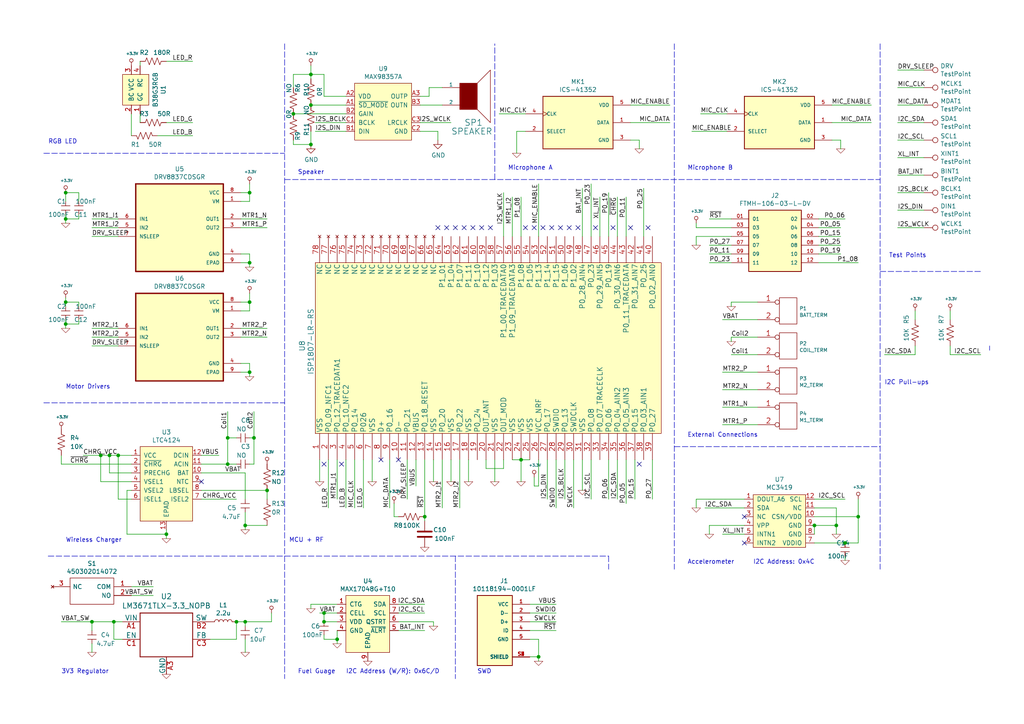
<source format=kicad_sch>
(kicad_sch (version 20211123) (generator eeschema)
  (paper "A4")
  (junction (at 77.47 142.24))
  (junction (at 245.11 157.48))
  (junction (at 236.22 152.4))
  (junction (at 71.12 152.4))
  (junction (at 66.04 127))
  (junction (at 72.39 55.88))
  (junction (at 66.04 134.62))
  (junction (at 93.98 177.8))
  (junction (at 90.17 30.48))
  (junction (at 90.17 41.91))
  (junction (at 97.79 185.42))
  (junction (at 72.39 76.2))
  (junction (at 73.66 127))
  (junction (at 26.67 180.34))
  (junction (at 90.17 21.59))
  (junction (at 123.19 149.86))
  (junction (at 29.21 132.08))
  (junction (at 93.98 180.34))
  (junction (at 33.02 180.34))
  (junction (at 156.21 190.5))
  (junction (at 151.13 133.35))
  (junction (at 48.26 154.94))
  (junction (at 19.05 87.63))
  (junction (at 68.58 180.34))
  (junction (at 19.05 55.88))
  (junction (at 72.39 87.63))
  (junction (at 19.05 93.98))
  (junction (at 72.39 107.95))
  (junction (at 19.05 63.5))
  (junction (at 248.92 149.86))
  (junction (at 85.09 33.02))
  (junction (at 31.75 132.08))
  (junction (at 34.29 132.08))
  (junction (at 242.57 152.4))
  (junction (at 71.12 180.34))
  (no_connect (at 127 66.04))
  (no_connect (at 129.54 66.04))
  (no_connect (at 99.06 134.62))
  (no_connect (at 165.1 66.04))
  (no_connect (at 115.57 133.35))
  (no_connect (at 137.16 66.04))
  (no_connect (at 110.49 133.35))
  (no_connect (at 215.9 157.48))
  (no_connect (at 187.96 66.04))
  (no_connect (at 157.48 66.04))
  (no_connect (at 177.8 66.04))
  (no_connect (at 142.24 66.04))
  (no_connect (at 132.08 66.04))
  (no_connect (at 160.02 66.04))
  (no_connect (at 152.4 66.04))
  (no_connect (at 93.98 134.62))
  (no_connect (at 139.7 66.04))
  (no_connect (at 185.42 134.62))
  (no_connect (at 167.64 66.04))
  (no_connect (at 182.88 66.04))
  (no_connect (at 215.9 149.86))
  (no_connect (at 162.56 66.04))
  (no_connect (at 134.62 66.04))
  (no_connect (at 172.72 66.04))
  (no_connect (at 58.42 139.7))
  (no_connect (at 154.94 66.04))
  (polyline (pts (xy 132.08 161.29) (xy 132.08 196.85)))
  (wire (pts (xy 209.55 92.71) (xy 219.71 92.71)))
  (wire (pts (xy 212.09 88.9) (xy 212.09 87.63)))
  (wire (pts (xy 171.45 53.34) (xy 171.45 68.58)))
  (wire (pts (xy 26.67 97.79) (xy 34.29 97.79)))
  (wire (pts (xy 275.59 102.87) (xy 284.48 102.87)))
  (wire (pts (xy 140.97 135.89) (xy 146.05 135.89)))
  (wire (pts (xy 107.95 133.35) (xy 107.95 139.7)))
  (polyline (pts (xy 255.27 78.74) (xy 284.48 78.74)))
  (wire (pts (xy 66.04 119.38) (xy 66.04 127)))
  (wire (pts (xy 200.66 38.1) (xy 210.82 38.1)))
  (wire (pts (xy 26.67 66.04) (xy 34.29 66.04)))
  (wire (pts (xy 68.58 185.42) (xy 68.58 180.34)))
  (polyline (pts (xy 13.97 161.29) (xy 176.53 161.29)))
  (wire (pts (xy 69.85 97.79) (xy 77.47 97.79)))
  (wire (pts (xy 58.42 132.08) (xy 63.5 132.08)))
  (wire (pts (xy 93.98 27.94) (xy 93.98 21.59)))
  (wire (pts (xy 237.49 73.66) (xy 243.84 73.66)))
  (wire (pts (xy 72.39 105.41) (xy 72.39 107.95)))
  (wire (pts (xy 72.39 73.66) (xy 72.39 76.2)))
  (wire (pts (xy 209.55 118.11) (xy 219.71 118.11)))
  (wire (pts (xy 36.83 142.24) (xy 36.83 154.94)))
  (wire (pts (xy 38.1 170.18) (xy 44.45 170.18)))
  (wire (pts (xy 237.49 66.04) (xy 243.84 66.04)))
  (wire (pts (xy 73.66 119.38) (xy 73.66 127)))
  (wire (pts (xy 92.71 133.35) (xy 92.71 139.7)))
  (wire (pts (xy 33.02 185.42) (xy 33.02 180.34)))
  (wire (pts (xy 267.97 60.96) (xy 260.35 60.96)))
  (wire (pts (xy 182.88 40.64) (xy 185.42 40.64)))
  (wire (pts (xy 58.42 134.62) (xy 66.04 134.62)))
  (wire (pts (xy 29.21 139.7) (xy 29.21 132.08)))
  (wire (pts (xy 22.86 62.23) (xy 22.86 63.5)))
  (polyline (pts (xy 12.7 44.45) (xy 82.55 44.45)))
  (wire (pts (xy 130.81 133.35) (xy 130.81 139.7)))
  (wire (pts (xy 71.12 148.59) (xy 71.12 152.4)))
  (wire (pts (xy 93.98 21.59) (xy 90.17 21.59)))
  (wire (pts (xy 48.26 35.56) (xy 55.88 35.56)))
  (wire (pts (xy 100.33 27.94) (xy 93.98 27.94)))
  (wire (pts (xy 146.05 55.88) (xy 146.05 68.58)))
  (wire (pts (xy 26.67 68.58) (xy 34.29 68.58)))
  (wire (pts (xy 265.43 100.33) (xy 265.43 102.87)))
  (wire (pts (xy 173.99 57.15) (xy 173.99 68.58)))
  (wire (pts (xy 72.39 107.95) (xy 72.39 109.22)))
  (wire (pts (xy 148.59 133.35) (xy 151.13 133.35)))
  (wire (pts (xy 219.71 113.03) (xy 209.55 113.03)))
  (wire (pts (xy 66.04 127) (xy 66.04 134.62)))
  (wire (pts (xy 19.05 93.98) (xy 19.05 95.25)))
  (wire (pts (xy 153.67 175.26) (xy 161.29 175.26)))
  (wire (pts (xy 154.94 138.43) (xy 154.94 140.97)))
  (wire (pts (xy 189.23 133.35) (xy 189.23 144.78)))
  (wire (pts (xy 143.51 133.35) (xy 143.51 139.7)))
  (wire (pts (xy 124.46 27.94) (xy 124.46 25.4)))
  (wire (pts (xy 182.88 30.48) (xy 194.31 30.48)))
  (wire (pts (xy 156.21 140.97) (xy 154.94 140.97)))
  (wire (pts (xy 168.91 54.61) (xy 168.91 68.58)))
  (wire (pts (xy 209.55 107.95) (xy 219.71 107.95)))
  (wire (pts (xy 256.54 102.87) (xy 265.43 102.87)))
  (wire (pts (xy 121.92 35.56) (xy 130.81 35.56)))
  (wire (pts (xy 22.86 92.71) (xy 22.86 93.98)))
  (wire (pts (xy 93.98 177.8) (xy 93.98 180.34)))
  (wire (pts (xy 152.4 38.1) (xy 149.86 38.1)))
  (wire (pts (xy 90.17 175.26) (xy 97.79 175.26)))
  (wire (pts (xy 19.05 87.63) (xy 19.05 88.9)))
  (wire (pts (xy 38.1 137.16) (xy 31.75 137.16)))
  (wire (pts (xy 22.86 63.5) (xy 19.05 63.5)))
  (wire (pts (xy 151.13 133.35) (xy 151.13 139.7)))
  (wire (pts (xy 176.53 55.88) (xy 176.53 68.58)))
  (wire (pts (xy 58.42 142.24) (xy 77.47 142.24)))
  (wire (pts (xy 181.61 146.05) (xy 181.61 133.35)))
  (wire (pts (xy 210.82 33.02) (xy 203.2 33.02)))
  (wire (pts (xy 267.97 25.4) (xy 260.35 25.4)))
  (wire (pts (xy 17.78 134.62) (xy 17.78 132.08)))
  (wire (pts (xy 85.09 25.4) (xy 85.09 21.59)))
  (wire (pts (xy 34.29 144.78) (xy 34.29 132.08)))
  (wire (pts (xy 151.13 68.58) (xy 151.13 57.15)))
  (polyline (pts (xy 82.55 12.7) (xy 82.55 196.85)))
  (wire (pts (xy 236.22 152.4) (xy 242.57 152.4)))
  (wire (pts (xy 245.11 157.48) (xy 248.92 157.48)))
  (wire (pts (xy 38.1 142.24) (xy 36.83 142.24)))
  (wire (pts (xy 115.57 182.88) (xy 123.19 182.88)))
  (wire (pts (xy 48.26 17.78) (xy 55.88 17.78)))
  (wire (pts (xy 73.66 134.62) (xy 73.66 127)))
  (wire (pts (xy 69.85 105.41) (xy 72.39 105.41)))
  (wire (pts (xy 152.4 33.02) (xy 144.78 33.02)))
  (wire (pts (xy 267.97 45.72) (xy 260.35 45.72)))
  (polyline (pts (xy 176.53 161.29) (xy 176.53 165.1)))
  (wire (pts (xy 69.85 66.04) (xy 77.47 66.04)))
  (wire (pts (xy 265.43 90.17) (xy 265.43 92.71)))
  (wire (pts (xy 66.04 127) (xy 68.58 127)))
  (wire (pts (xy 38.1 33.02) (xy 38.1 39.37)))
  (wire (pts (xy 97.79 185.42) (xy 97.79 186.69)))
  (wire (pts (xy 71.12 189.23) (xy 71.12 185.42)))
  (wire (pts (xy 90.17 19.05) (xy 90.17 21.59)))
  (wire (pts (xy 181.61 68.58) (xy 181.61 57.15)))
  (wire (pts (xy 185.42 40.64) (xy 185.42 43.18)))
  (wire (pts (xy 163.83 144.78) (xy 163.83 133.35)))
  (wire (pts (xy 115.57 177.8) (xy 123.19 177.8)))
  (wire (pts (xy 149.86 38.1) (xy 149.86 44.45)))
  (wire (pts (xy 100.33 38.1) (xy 91.44 38.1)))
  (wire (pts (xy 22.86 88.9) (xy 22.86 87.63)))
  (wire (pts (xy 72.39 127) (xy 73.66 127)))
  (wire (pts (xy 161.29 177.8) (xy 153.67 177.8)))
  (polyline (pts (xy 82.55 52.07) (xy 255.27 52.07)))
  (wire (pts (xy 114.3 149.86) (xy 115.57 149.86)))
  (wire (pts (xy 267.97 50.8) (xy 260.35 50.8)))
  (wire (pts (xy 125.73 133.35) (xy 125.73 139.7)))
  (wire (pts (xy 102.87 147.32) (xy 102.87 133.35)))
  (wire (pts (xy 22.86 93.98) (xy 19.05 93.98)))
  (wire (pts (xy 146.05 135.89) (xy 146.05 133.35)))
  (wire (pts (xy 236.22 154.94) (xy 236.22 152.4)))
  (wire (pts (xy 69.85 95.25) (xy 77.47 95.25)))
  (wire (pts (xy 121.92 38.1) (xy 127 38.1)))
  (wire (pts (xy 168.91 133.35) (xy 168.91 142.24)))
  (wire (pts (xy 128.27 147.32) (xy 128.27 133.35)))
  (wire (pts (xy 33.02 180.34) (xy 35.56 180.34)))
  (wire (pts (xy 212.09 73.66) (xy 205.74 73.66)))
  (wire (pts (xy 85.09 41.91) (xy 85.09 40.64)))
  (wire (pts (xy 241.3 35.56) (xy 252.73 35.56)))
  (wire (pts (xy 179.07 144.78) (xy 179.07 133.35)))
  (wire (pts (xy 22.86 87.63) (xy 19.05 87.63)))
  (wire (pts (xy 69.85 73.66) (xy 72.39 73.66)))
  (wire (pts (xy 219.71 123.19) (xy 209.55 123.19)))
  (wire (pts (xy 31.75 132.08) (xy 34.29 132.08)))
  (wire (pts (xy 205.74 152.4) (xy 215.9 152.4)))
  (wire (pts (xy 72.39 58.42) (xy 72.39 55.88)))
  (wire (pts (xy 93.98 184.15) (xy 93.98 185.42)))
  (wire (pts (xy 40.64 19.05) (xy 40.64 17.78)))
  (wire (pts (xy 26.67 100.33) (xy 34.29 100.33)))
  (wire (pts (xy 212.09 76.2) (xy 205.74 76.2)))
  (wire (pts (xy 237.49 76.2) (xy 248.92 76.2)))
  (wire (pts (xy 156.21 185.42) (xy 156.21 190.5)))
  (wire (pts (xy 26.67 182.88) (xy 26.67 180.34)))
  (wire (pts (xy 237.49 63.5) (xy 245.11 63.5)))
  (wire (pts (xy 69.85 76.2) (xy 72.39 76.2)))
  (wire (pts (xy 153.67 180.34) (xy 161.29 180.34)))
  (wire (pts (xy 22.86 58.42) (xy 22.86 55.88)))
  (wire (pts (xy 201.93 64.77) (xy 201.93 66.04)))
  (wire (pts (xy 201.93 66.04) (xy 212.09 66.04)))
  (wire (pts (xy 242.57 152.4) (xy 242.57 154.94)))
  (wire (pts (xy 156.21 53.34) (xy 156.21 68.58)))
  (wire (pts (xy 19.05 62.23) (xy 19.05 63.5)))
  (wire (pts (xy 241.3 40.64) (xy 243.84 40.64)))
  (wire (pts (xy 267.97 55.88) (xy 260.35 55.88)))
  (wire (pts (xy 245.11 162.56) (xy 245.11 161.29)))
  (wire (pts (xy 201.93 144.78) (xy 201.93 147.32)))
  (wire (pts (xy 156.21 190.5) (xy 153.67 190.5)))
  (wire (pts (xy 176.53 133.35) (xy 176.53 144.78)))
  (wire (pts (xy 205.74 71.12) (xy 212.09 71.12)))
  (wire (pts (xy 120.65 133.35) (xy 120.65 140.97)))
  (wire (pts (xy 48.26 153.67) (xy 48.26 154.94)))
  (wire (pts (xy 115.57 175.26) (xy 123.19 175.26)))
  (wire (pts (xy 85.09 33.02) (xy 100.33 33.02)))
  (wire (pts (xy 135.89 133.35) (xy 135.89 139.7)))
  (wire (pts (xy 26.67 95.25) (xy 34.29 95.25)))
  (wire (pts (xy 58.42 137.16) (xy 71.12 137.16)))
  (wire (pts (xy 71.12 137.16) (xy 71.12 144.78)))
  (wire (pts (xy 93.98 180.34) (xy 97.79 180.34)))
  (wire (pts (xy 24.13 132.08) (xy 29.21 132.08)))
  (wire (pts (xy 90.17 21.59) (xy 90.17 22.86)))
  (wire (pts (xy 275.59 92.71) (xy 275.59 90.17)))
  (wire (pts (xy 38.1 139.7) (xy 29.21 139.7)))
  (wire (pts (xy 29.21 132.08) (xy 31.75 132.08)))
  (wire (pts (xy 123.19 133.35) (xy 123.19 149.86)))
  (wire (pts (xy 38.1 144.78) (xy 34.29 144.78)))
  (wire (pts (xy 241.3 30.48) (xy 252.73 30.48)))
  (wire (pts (xy 148.59 68.58) (xy 148.59 57.15)))
  (wire (pts (xy 242.57 147.32) (xy 242.57 152.4)))
  (wire (pts (xy 26.67 186.69) (xy 26.67 189.23)))
  (wire (pts (xy 158.75 144.78) (xy 158.75 133.35)))
  (wire (pts (xy 19.05 86.36) (xy 19.05 87.63)))
  (wire (pts (xy 236.22 147.32) (xy 242.57 147.32)))
  (wire (pts (xy 156.21 190.5) (xy 156.21 191.77)))
  (wire (pts (xy 184.15 133.35) (xy 184.15 144.78)))
  (wire (pts (xy 72.39 55.88) (xy 72.39 53.34)))
  (wire (pts (xy 121.92 27.94) (xy 124.46 27.94)))
  (wire (pts (xy 69.85 58.42) (xy 72.39 58.42)))
  (wire (pts (xy 248.92 157.48) (xy 248.92 149.86)))
  (wire (pts (xy 105.41 133.35) (xy 105.41 147.32)))
  (wire (pts (xy 97.79 144.78) (xy 97.79 133.35)))
  (wire (pts (xy 243.84 40.64) (xy 243.84 43.18)))
  (wire (pts (xy 26.67 63.5) (xy 34.29 63.5)))
  (wire (pts (xy 90.17 38.1) (xy 90.17 41.91)))
  (polyline (pts (xy 143.51 52.07) (xy 143.51 12.7)))
  (wire (pts (xy 71.12 180.34) (xy 78.74 180.34)))
  (polyline (pts (xy 287.02 101.6) (xy 287.02 100.33)))
  (wire (pts (xy 205.74 63.5) (xy 212.09 63.5)))
  (wire (pts (xy 171.45 144.78) (xy 171.45 133.35)))
  (wire (pts (xy 156.21 133.35) (xy 156.21 140.97)))
  (wire (pts (xy 212.09 68.58) (xy 201.93 68.58)))
  (wire (pts (xy 69.85 107.95) (xy 72.39 107.95)))
  (wire (pts (xy 267.97 30.48) (xy 260.35 30.48)))
  (wire (pts (xy 26.67 180.34) (xy 33.02 180.34)))
  (wire (pts (xy 133.35 147.32) (xy 133.35 133.35)))
  (wire (pts (xy 182.88 35.56) (xy 194.31 35.56)))
  (wire (pts (xy 85.09 21.59) (xy 90.17 21.59)))
  (wire (pts (xy 19.05 55.88) (xy 19.05 58.42)))
  (wire (pts (xy 115.57 180.34) (xy 125.73 180.34)))
  (wire (pts (xy 124.46 25.4) (xy 128.27 25.4)))
  (wire (pts (xy 92.71 177.8) (xy 93.98 177.8)))
  (wire (pts (xy 121.92 30.48) (xy 128.27 30.48)))
  (wire (pts (xy 17.78 134.62) (xy 38.1 134.62)))
  (wire (pts (xy 71.12 152.4) (xy 71.12 153.67)))
  (wire (pts (xy 19.05 63.5) (xy 19.05 64.77)))
  (wire (pts (xy 17.78 180.34) (xy 26.67 180.34)))
  (wire (pts (xy 71.12 181.61) (xy 71.12 180.34)))
  (wire (pts (xy 69.85 90.17) (xy 72.39 90.17)))
  (wire (pts (xy 68.58 134.62) (xy 66.04 134.62)))
  (wire (pts (xy 77.47 152.4) (xy 71.12 152.4)))
  (wire (pts (xy 60.96 185.42) (xy 68.58 185.42)))
  (wire (pts (xy 69.85 87.63) (xy 72.39 87.63)))
  (wire (pts (xy 71.12 180.34) (xy 68.58 180.34)))
  (wire (pts (xy 58.42 144.78) (xy 68.58 144.78)))
  (wire (pts (xy 237.49 71.12) (xy 243.84 71.12)))
  (wire (pts (xy 100.33 35.56) (xy 91.44 35.56)))
  (wire (pts (xy 166.37 133.35) (xy 166.37 147.32)))
  (wire (pts (xy 267.97 66.04) (xy 260.35 66.04)))
  (polyline (pts (xy 195.58 129.54) (xy 255.27 129.54)))
  (wire (pts (xy 212.09 97.79) (xy 219.71 97.79)))
  (polyline (pts (xy 195.58 12.7) (xy 195.58 165.1)))
  (wire (pts (xy 267.97 35.56) (xy 260.35 35.56)))
  (wire (pts (xy 113.03 147.32) (xy 113.03 133.35)))
  (wire (pts (xy 72.39 87.63) (xy 72.39 85.09)))
  (wire (pts (xy 186.69 54.61) (xy 186.69 68.58)))
  (wire (pts (xy 123.19 149.86) (xy 123.19 151.13)))
  (wire (pts (xy 72.39 76.2) (xy 72.39 77.47)))
  (wire (pts (xy 125.73 180.34) (xy 125.73 181.61)))
  (wire (pts (xy 267.97 20.32) (xy 260.35 20.32)))
  (wire (pts (xy 69.85 55.88) (xy 72.39 55.88)))
  (wire (pts (xy 100.33 30.48) (xy 90.17 30.48)))
  (wire (pts (xy 201.93 144.78) (xy 215.9 144.78)))
  (wire (pts (xy 212.09 87.63) (xy 219.71 87.63)))
  (wire (pts (xy 22.86 55.88) (xy 19.05 55.88)))
  (wire (pts (xy 95.25 133.35) (xy 95.25 147.32)))
  (wire (pts (xy 77.47 142.24) (xy 77.47 144.78)))
  (polyline (pts (xy 255.27 12.7) (xy 255.27 165.1)))
  (wire (pts (xy 127 38.1) (xy 127 40.64)))
  (wire (pts (xy 153.67 182.88) (xy 161.29 182.88)))
  (wire (pts (xy 248.92 144.78) (xy 248.92 149.86)))
  (wire (pts (xy 31.75 137.16) (xy 31.75 132.08)))
  (wire (pts (xy 237.49 68.58) (xy 243.84 68.58)))
  (wire (pts (xy 19.05 92.71) (xy 19.05 93.98)))
  (wire (pts (xy 38.1 172.72) (xy 44.45 172.72)))
  (wire (pts (xy 45.72 39.37) (xy 55.88 39.37)))
  (wire (pts (xy 212.09 102.87) (xy 219.71 102.87)))
  (wire (pts (xy 205.74 154.94) (xy 205.74 152.4)))
  (wire (pts (xy 201.93 71.12) (xy 201.93 68.58)))
  (wire (pts (xy 100.33 133.35) (xy 100.33 147.32)))
  (wire (pts (xy 236.22 149.86) (xy 248.92 149.86)))
  (wire (pts (xy 73.66 134.62) (xy 72.39 134.62)))
  (wire (pts (xy 215.9 154.94) (xy 209.55 154.94)))
  (wire (pts (xy 215.9 147.32) (xy 204.47 147.32)))
  (wire (pts (xy 212.09 99.06) (xy 212.09 97.79)))
  (polyline (pts (xy 12.7 116.84) (xy 82.55 116.84)))
  (wire (pts (xy 114.3 146.05) (xy 114.3 149.86)))
  (wire (pts (xy 236.22 157.48) (xy 245.11 157.48)))
  (wire (pts (xy 72.39 90.17) (xy 72.39 87.63)))
  (wire (pts (xy 93.98 185.42) (xy 97.79 185.42)))
  (wire (pts (xy 275.59 100.33) (xy 275.59 102.87)))
  (wire (pts (xy 151.13 133.35) (xy 153.67 133.35)))
  (wire (pts (xy 78.74 180.34) (xy 78.74 177.8)))
  (wire (pts (xy 38.1 132.08) (xy 34.29 132.08)))
  (wire (pts (xy 97.79 182.88) (xy 97.79 185.42)))
  (wire (pts (xy 40.64 33.02) (xy 40.64 35.56)))
  (wire (pts (xy 35.56 185.42) (xy 33.02 185.42)))
  (wire (pts (xy 153.67 185.42) (xy 156.21 185.42)))
  (wire (pts (xy 90.17 175.26) (xy 90.17 176.53)))
  (wire (pts (xy 140.97 133.35) (xy 140.97 135.89)))
  (wire (pts (xy 236.22 144.78) (xy 245.11 144.78)))
  (wire (pts (xy 93.98 177.8) (xy 97.79 177.8)))
  (wire (pts (xy 179.07 57.15) (xy 179.07 68.58)))
  (wire (pts (xy 48.26 154.94) (xy 48.26 156.21)))
  (wire (pts (xy 90.17 41.91) (xy 85.09 41.91)))
  (wire (pts (xy 267.97 40.64) (xy 260.35 40.64)))
  (wire (pts (xy 118.11 144.78) (xy 118.11 133.35)))
  (wire (pts (xy 48.26 154.94) (xy 36.83 154.94)))
  (wire (pts (xy 69.85 63.5) (xy 77.47 63.5)))
  (wire (pts (xy 161.29 133.35) (xy 161.29 147.32)))
  (text "3V3 Regulator" (at 17.78 195.58 0) (effects (font (size 1.27 1.27)) (justify left bottom)))
  (text "I2C Pull-ups" (at 256.54 111.76 0) (effects (font (size 1.27 1.27)) (justify left bottom)))
  (text "Test Points" (at 257.81 74.93 0) (effects (font (size 1.27 1.27)) (justify left bottom)))
  (text "Wireless Charger" (at 19.05 157.48 0) (effects (font (size 1.27 1.27)) (justify left bottom)))
  (text "SWD\n" (at 138.43 195.58 0) (effects (font (size 1.27 1.27)) (justify left bottom)))
  (text "MCU + RF" (at 83.82 157.48 0) (effects (font (size 1.27 1.27)) (justify left bottom)))
  (text "RGB LED" (at 13.97 41.91 0) (effects (font (size 1.27 1.27)) (justify left bottom)))
  (text "Motor Drivers" (at 19.05 113.03 0) (effects (font (size 1.27 1.27)) (justify left bottom)))
  (text "Speaker" (at 86.36 50.8 0) (effects (font (size 1.27 1.27)) (justify left bottom)))
  (text "Fuel Guage" (at 86.36 195.58 0) (effects (font (size 1.27 1.27)) (justify left bottom)))
  (text "Microphone B" (at 199.39 49.53 0) (effects (font (size 1.27 1.27)) (justify left bottom)))
  (text "External Connections" (at 199.39 127 0) (effects (font (size 1.27 1.27)) (justify left bottom)))
  (text "Accelerometer" (at 199.39 163.83 0) (effects (font (size 1.27 1.27)) (justify left bottom)))
  (text "Microphone A" (at 147.32 49.53 0) (effects (font (size 1.27 1.27)) (justify left bottom)))
  (text "I2C Address: 0x4C" (at 218.44 163.83 0) (effects (font (size 1.27 1.27)) (justify left bottom)))
  (text "I2C Address (W/R): 0x6C/D" (at 100.33 195.58 0) (effects (font (size 1.27 1.27)) (justify left bottom)))
  (label "MTR2_N" (at 77.47 97.79 180))
  (label "LED_R" (at 95.25 147.32 90))
  (label "VBAT" (at 44.45 170.18 180))
  (label "MTR2_I1" (at 26.67 95.25 0))
  (label "I2C_SDA" (at 204.47 147.32 0))
  (label "I2S_WCLK" (at 260.35 66.04 0))
  (label "SWDIO" (at 161.29 147.32 90))
  (label "MTR1_I1" (at 26.67 63.5 0))
  (label "I2C_SDA" (at 256.54 102.87 0))
  (label "I2S_BCLK" (at 260.35 55.88 0))
  (label "CHRG_VCC" (at 68.58 144.78 180))
  (label "P0_06" (at 176.53 144.78 90))
  (label "MTR1_I1" (at 97.79 144.78 90))
  (label "MIC_CLK" (at 102.87 147.32 90))
  (label "MTR1_I2" (at 26.67 66.04 0))
  (label "P0_27" (at 205.74 71.12 0))
  (label "P0_11" (at 181.61 57.15 270))
  (label "MTR1_P" (at 209.55 123.19 0))
  (label "I2S_DIN" (at 91.44 38.1 0))
  (label "MTR1_P" (at 77.47 66.04 180))
  (label "VBAT_SW" (at 17.78 180.34 0))
  (label "SWCLK" (at 161.29 180.34 180))
  (label "I2S_BCLK" (at 91.44 35.56 0))
  (label "VBAT" (at 92.71 177.8 0))
  (label "I2C_SCL" (at 171.45 144.78 90))
  (label "MTR2_I1" (at 128.27 147.32 90))
  (label "~{CHRG}" (at 179.07 57.15 270))
  (label "I2C_SDA" (at 179.07 144.78 90))
  (label "MTR1_N" (at 77.47 63.5 180))
  (label "I2C_SDA" (at 123.19 175.26 180))
  (label "MIC_ENABLE" (at 252.73 30.48 180))
  (label "~{RST}" (at 205.74 63.5 0))
  (label "MIC_DATA" (at 252.73 35.56 180))
  (label "MIC_CLK" (at 260.35 25.4 0))
  (label "LED_B" (at 100.33 147.32 90))
  (label "MIC_DATA" (at 260.35 30.48 0))
  (label "P0_15" (at 243.84 68.58 180))
  (label "MTR2_I2" (at 26.67 97.79 0))
  (label "MTR1_I2" (at 148.59 57.15 270))
  (label "LED_R" (at 55.88 17.78 180))
  (label "P0_23" (at 171.45 53.34 270))
  (label "LED_G" (at 105.41 147.32 90))
  (label "MIC_CLK" (at 203.2 33.02 0))
  (label "MTR2_P" (at 209.55 107.95 0))
  (label "BAT_INT" (at 123.19 182.88 180))
  (label "I2S_WCLK" (at 130.81 35.56 180))
  (label "MIC_ENABLE" (at 156.21 53.34 270))
  (label "CHRG_VCC" (at 24.13 132.08 0))
  (label "I2C_SCL" (at 245.11 144.78 180))
  (label "LED_G" (at 55.88 35.56 180))
  (label "VBUS" (at 161.29 175.26 180))
  (label "I2S_DIN" (at 260.35 60.96 0))
  (label "VBAT" (at 209.55 92.71 0))
  (label "I2C_SCL" (at 284.48 102.87 180))
  (label "P0_05" (at 181.61 146.05 90))
  (label "MTR2_P" (at 77.47 95.25 180))
  (label "XL_INT" (at 260.35 45.72 0))
  (label "LED_B" (at 55.88 39.37 180))
  (label "Coil1" (at 212.09 102.87 0))
  (label "DRV_SLEEP" (at 26.67 100.33 0))
  (label "P0_25" (at 243.84 71.12 180))
  (label "VBUS" (at 120.65 140.97 90))
  (label "DRV_SLEEP" (at 260.35 20.32 0))
  (label "Coil2" (at 73.66 119.38 270))
  (label "P0_19" (at 243.84 73.66 180))
  (label "VBUS" (at 63.5 132.08 180))
  (label "MIC_CLK" (at 144.78 33.02 0))
  (label "I2C_SDA" (at 260.35 35.56 0))
  (label "I2C_SCL" (at 123.19 177.8 180))
  (label "I2S_DIN" (at 158.75 144.78 90))
  (label "SWDIO" (at 161.29 177.8 180))
  (label "XL_INT" (at 209.55 154.94 0))
  (label "BAT_INT" (at 260.35 50.8 0))
  (label "MTR2_I2" (at 133.35 147.32 90))
  (label "P1_08" (at 151.13 57.15 270))
  (label "MIC_DATA" (at 194.31 35.56 180))
  (label "MIC_ENABLE" (at 194.31 30.48 180))
  (label "P0_05" (at 243.84 66.04 180))
  (label "Coil1" (at 66.04 119.38 270))
  (label "P0_06" (at 245.11 63.5 180))
  (label "~{CHRG}" (at 20.32 134.62 0))
  (label "XL_INT" (at 173.99 57.15 270))
  (label "DRV_SLEEP" (at 26.67 68.58 0))
  (label "P0_11" (at 205.74 73.66 0))
  (label "P0_19" (at 176.53 55.88 270))
  (label "BAT_INT" (at 168.91 54.61 270))
  (label "P0_25" (at 186.69 54.61 270))
  (label "I2S_WCLK" (at 146.05 55.88 270))
  (label "P0_15" (at 184.15 144.78 90))
  (label "P0_23" (at 205.74 76.2 0))
  (label "VBAT" (at 69.85 137.16 180))
  (label "~{RST}" (at 123.19 147.32 90))
  (label "~{RST}" (at 161.29 182.88 180))
  (label "I2C_SCL" (at 260.35 40.64 0))
  (label "MIC_DATA" (at 113.03 147.32 90))
  (label "P1_08" (at 248.92 76.2 180))
  (label "I2S_BCLK" (at 163.83 144.78 90))
  (label "P0_27" (at 189.23 144.78 90))
  (label "DRV_SLEEP" (at 118.11 144.78 90))
  (label "SWCLK" (at 166.37 147.32 90))
  (label "MIC_ENABLE" (at 200.66 38.1 0))
  (label "VBAT_SW" (at 44.45 172.72 180))
  (label "Coil2" (at 212.09 97.79 0))
  (label "MTR2_N" (at 209.55 113.03 0))
  (label "MTR1_N" (at 209.55 118.11 0))
  (symbol (lib_id "Zooids-rescue:R_US-Device-Zooids-rescue-Zooids-rescue") (at 44.45 17.78 90) (unit 1)
    (property "Reference" "R2" (at 43.18 15.24 90) (effects (justify left)))
    (property "Value" "180R" (at 49.53 15.24 90) (effects (justify left)))
    (property "Footprint" "Resistor_SMD:R_0402_1005Metric" (effects hide))
  )
  (symbol (lib_id "Zooids-rescue:+3.3V-power-Zooids-rescue-Zooids-rescue") (at 38.1 19.05 0) (unit 1)
    (property "Reference" "#PWR0108" (effects hide))
    (property "Value" "+3.3V" (at 38.3286 15.5448 0) (effects (font (size 0.762 0.762))))
  )
  (symbol (lib_id "Zooids-rescue:GND-power-Zooids-rescue-Zooids-rescue") (at 156.21 191.77 0) (unit 1)
    (property "Reference" "#PWR0114" (effects hide))
    (property "Value" "GND" (effects hide))
  )
  (symbol (lib_id "Zooids-rescue:SPEAKER-device-Zooids-rescue-Zooids-rescue") (at 135.89 27.94 0) (unit 1)
    (property "Reference" "SP1" (at 134.62 35.56 0) (effects (font (size 1.778 1.778)) (justify left)))
    (property "Value" "SPEAKER" (at 130.81 38.1 0) (effects (font (size 1.778 1.778)) (justify left)))
    (property "Footprint" "ZooidsV2:CUI_CMT-4023S-SMT-TR" (effects hide))
    (property "Datasheet" "https://www.puiaudio.com/media/SpecSheet/SMT-0440-T-HT-R.pdf" (effects hide))
    (property "Description" "Buzzers Transducer, Externally Driven Electromechanical/Magnetic 3 V 100mA 4kHz 70dB @ 3V, 10cm Surface Mount Solder Pads" (effects hide))
    (property "Manufacturer" "PUI Audio, Inc." (effects hide))
    (property "Manufacturer P/N" "SMT-0440-T-HT-R" (effects hide))
    (property "Vendor" "Digi-key" (effects hide))
    (property "Vendor P/N" "668-SMT-0440-T-HT-RTR-ND" (effects hide))
  )
  (symbol (lib_id "Zooids-rescue:ISP1807-LR-RS-ISP1807-Zooids-rescue-Zooids-rescue") (at 92.71 133.35 90) (unit 1)
    (property "Reference" "U8" (at 87.63 100.33 0) (effects (font (size 1.524 1.524))))
    (property "Value" "ISP1807-LR-RS" (at 90.17 99.06 0) (effects (font (size 1.524 1.524))))
    (property "Footprint" "ZooidsV2:ISP1807-LR-RS" (effects hide))
    (property "Datasheet" "https://www.insightsip.com/fichiers_insightsip/pdf/ble/ISP1807/isp_ble_DS1807.pdf" (effects hide))
    (property "Description" "Bluetooth Bluetooth v5.0, Thread, Zigbee® Transceiver Module 2.402GHz ~ 2.48GHz Integrated, Trace Surface Mount" (effects hide))
    (property "Manufacturer" "Insight SIP" (effects hide))
    (property "Manufacturer P/N" "ISP1807-LR-RS" (effects hide))
    (property "Vendor" "Digi-key" (effects hide))
    (property "Vendor P/N" "1786-1019-2-ND" (effects hide))
  )
  (symbol (lib_id "Zooids-rescue:R_US-Device-Zooids-rescue-Zooids-rescue") (at 119.38 149.86 90) (unit 1)
    (property "Reference" "R8" (at 116.84 152.4 90) (effects (justify left)))
    (property "Value" "100K" (at 121.92 152.4 90) (effects (justify left)))
    (property "Footprint" "Resistor_SMD:R_0402_1005Metric" (effects hide))
  )
  (symbol (lib_id "Zooids-rescue:C-Device-Zooids-rescue-Zooids-rescue") (at 123.19 154.94 0) (mirror y) (unit 1)
    (property "Reference" "C10" (at 129.54 153.67 0) (effects (justify left)))
    (property "Value" "100nF" (at 132.08 156.21 0) (effects (justify left)))
    (property "Footprint" "Capacitor_SMD:C_0402_1005Metric" (effects hide))
  )
  (symbol (lib_id "Zooids-rescue:GND-power-Zooids-rescue-Zooids-rescue") (at 123.19 158.75 0) (unit 1)
    (property "Reference" "#PWR0139" (effects hide))
    (property "Value" "GND" (effects hide))
  )
  (symbol (lib_id "Zooids-rescue:+3.3V-power-Zooids-rescue-Zooids-rescue") (at 114.3 146.05 0) (unit 1)
    (property "Reference" "#PWR0138" (effects hide))
    (property "Value" "+3.3V" (at 114.5286 142.5448 0) (effects (font (size 0.762 0.762))))
  )
  (symbol (lib_id "Zooids-rescue:ICS-41350-ICS-41350-Zooids-rescue-Zooids-rescue") (at 167.64 35.56 0) (unit 1)
    (property "Reference" "MK1" (at 167.64 23.6982 0))
    (property "Value" "ICS-41352" (at 167.64 26.0096 0))
    (property "Footprint" "ZooidsV2:MIC_ICS-41350" (effects hide))
    (property "Datasheet" "https://invensense.tdk.com/wp-content/uploads/2016/10/DS-000048-ICS-41352-data-sheet-v1.0.pdf?ref_disty=digikey" (effects hide))
    (property "PACKAGE" "LGA-5 TDK-InvenSense" (effects hide))
    (property "DESCRIPTION" "Digital, PDM Microphone MEMS (Silicon) 1.65 V ~ 3.63 V Omnidirectional (-26dB ±1dB @ 94dB SPL) Solder Pads" (effects hide))
    (property "PRICE" "1.30 USD" (effects hide))
    (property "AVAILABILITY" "Good" (effects hide))
    (property "Description" "Bottom Port PDM Low Power muti-Mode Microphone with high AOP Mode" (effects hide))
    (property "Manufacturer" "TDK-InvenSense" (effects hide))
    (property "Manufacturer P/N" "ICS-41352" (effects hide))
    (property "Vendor" "Digi-key" (effects hide))
    (property "Vendor P/N" "1428-ICS-41352TR-ND" (effects hide))
  )
  (symbol (lib_id "Zooids-rescue:GND-power-Zooids-rescue-Zooids-rescue") (at 149.86 44.45 0) (unit 1)
    (property "Reference" "#PWR0103" (effects hide))
    (property "Value" "GND" (effects hide))
  )
  (symbol (lib_id "Zooids-rescue:GND-power-Zooids-rescue-Zooids-rescue") (at 185.42 43.18 0) (unit 1)
    (property "Reference" "#PWR0104" (effects hide))
    (property "Value" "GND" (effects hide))
  )
  (symbol (lib_id "Zooids-rescue:LTC4124-ZooidsV2-Zooids-rescue-Zooids-rescue") (at 48.26 128.27 0) (unit 1)
    (property "Reference" "U3" (at 48.26 125.349 0))
    (property "Value" "LTC4124" (at 48.26 127.6604 0))
    (property "Footprint" "ZooidsV2:LTC4124EV-TRMPBF" (effects hide))
    (property "Datasheet" "https://www.analog.com/media/en/technical-documentation/data-sheets/ltc4124.pdf" (effects hide))
    (property "Description" "Wireless Charging ICs 100mA Wireless Li-Ion Charger" (effects hide))
    (property "Manufacturer" "Analog Devices" (effects hide))
    (property "Manufacturer P/N" "LTC4124EV#TRMPBF" (effects hide))
    (property "Vendor" "Mouser" (effects hide))
    (property "Vendor P/N" "584-LTC4124EV#TRMPBF" (effects hide))
  )
  (symbol (lib_id "Zooids-rescue:C-w_device-Zooids-rescue-Zooids-rescue") (at 71.12 134.62 270) (mirror x) (unit 1)
    (property "Reference" "C3" (at 69.85 129.54 90) (effects (justify left)))
    (property "Value" "NO" (at 68.58 132.08 90) (effects (justify left)))
    (property "Footprint" "Capacitor_SMD:C_0402_1005Metric" (effects hide))
  )
  (symbol (lib_id "Zooids-rescue:GND-power-Zooids-rescue-Zooids-rescue") (at 48.26 156.21 0) (unit 1)
    (property "Reference" "#PWR0109" (effects hide))
    (property "Value" "GND" (effects hide))
  )
  (symbol (lib_id "Zooids-rescue:R_US-Device-Zooids-rescue-Zooids-rescue") (at 17.78 128.27 0) (unit 1)
    (property "Reference" "R4" (at 20.32 127 0) (effects (justify left)))
    (property "Value" "10K" (at 20.32 129.54 0) (effects (justify left)))
    (property "Footprint" "Resistor_SMD:R_0402_1005Metric" (effects hide))
  )
  (symbol (lib_id "Zooids-rescue:+3.3V-power-Zooids-rescue-Zooids-rescue") (at 17.78 124.46 0) (unit 1)
    (property "Reference" "#PWR0110" (effects hide))
    (property "Value" "+3.3V" (at 18.0086 120.9548 0) (effects (font (size 0.762 0.762))))
  )
  (symbol (lib_id "Zooids-rescue:GND-power-Zooids-rescue-Zooids-rescue") (at 71.12 153.67 0) (unit 1)
    (property "Reference" "#PWR0111" (effects hide))
    (property "Value" "GND" (effects hide))
  )
  (symbol (lib_id "Zooids-rescue:C-w_device-Zooids-rescue-Zooids-rescue") (at 71.12 146.05 0) (mirror y) (unit 1)
    (property "Reference" "C5" (at 68.58 147.32 0) (effects (justify left)))
    (property "Value" "4.7uF" (at 69.85 149.86 0) (effects (justify left)))
    (property "Footprint" "Capacitor_SMD:C_0603_1608Metric" (effects hide))
  )
  (symbol (lib_id "Zooids-rescue:CONN_2-conn-Zooids-rescue-Zooids-rescue") (at 228.6 100.33 0) (unit 1)
    (property "Reference" "P2" (at 231.8512 99.6188 0) (effects (font (size 1.016 1.016)) (justify left)))
    (property "Value" "COIL_TERM" (at 231.8512 101.5492 0) (effects (font (size 1.016 1.016)) (justify left)))
    (property "Footprint" "TestPoint:TestPoint_2Pads_Pitch2.54mm_Drill0.8mm" (effects hide))
  )
  (symbol (lib_id "Zooids-rescue:GND-power-Zooids-rescue-Zooids-rescue") (at 212.09 99.06 0) (unit 1)
    (property "Reference" "#PWR0112" (effects hide))
    (property "Value" "GND" (effects hide))
  )
  (symbol (lib_id "Zooids-rescue:C-w_device-Zooids-rescue-Zooids-rescue") (at 22.86 60.96 180) (unit 1)
    (property "Reference" "C11" (at 25.4 62.23 0) (effects (justify left)))
    (property "Value" "100nF" (at 27.94 58.42 0) (effects (justify left)))
    (property "Footprint" "Capacitor_SMD:C_0402_1005Metric" (effects hide))
  )
  (symbol (lib_id "Zooids-rescue:C-w_device-Zooids-rescue-Zooids-rescue") (at 22.86 91.44 180) (unit 1)
    (property "Reference" "C12" (at 25.4 92.71 0) (effects (justify left)))
    (property "Value" "100nF" (at 27.94 88.9 0) (effects (justify left)))
    (property "Footprint" "Capacitor_SMD:C_0402_1005Metric" (effects hide))
  )
  (symbol (lib_id "Zooids-rescue:ICS-41350-ICS-41350-Zooids-rescue-Zooids-rescue") (at 226.06 35.56 0) (unit 1)
    (property "Reference" "MK2" (at 226.06 23.6982 0))
    (property "Value" "ICS-41352" (at 226.06 26.0096 0))
    (property "Footprint" "ZooidsV2:MIC_ICS-41350" (effects hide))
    (property "Datasheet" "https://invensense.tdk.com/wp-content/uploads/2016/10/DS-000048-ICS-41352-data-sheet-v1.0.pdf?ref_disty=digikey" (effects hide))
    (property "PACKAGE" "LGA-5 TDK-InvenSense" (effects hide))
    (property "DESCRIPTION" "Digital, PDM Microphone MEMS (Silicon) 1.65 V ~ 3.63 V Omnidirectional (-26dB ±1dB @ 94dB SPL) Solder Pads" (effects hide))
    (property "PRICE" "1.30 USD" (effects hide))
    (property "AVAILABILITY" "Good" (effects hide))
    (property "Description" "Bottom Port PDM Low Power muti-Mode Microphone with high AOP Mode" (effects hide))
    (property "Manufacturer" "TDK-InvenSense" (effects hide))
    (property "Manufacturer P/N" "ICS-41352" (effects hide))
    (property "Vendor" "Digi-key" (effects hide))
    (property "Vendor P/N" "1428-ICS-41352TR-ND" (effects hide))
  )
  (symbol (lib_id "Zooids-rescue:GND-power-Zooids-rescue-Zooids-rescue") (at 243.84 43.18 0) (unit 1)
    (property "Reference" "#PWR0113" (effects hide))
    (property "Value" "GND" (effects hide))
  )
  (symbol (lib_id "Zooids-rescue:GND-power-Zooids-rescue-Zooids-rescue") (at 151.13 139.7 0) (unit 1)
    (property "Reference" "#PWR0140" (effects hide))
    (property "Value" "GND" (effects hide))
  )
  (symbol (lib_id "Zooids-rescue:C-w_device-Zooids-rescue-Zooids-rescue") (at 71.12 184.15 0) (mirror x) (unit 1)
    (property "Reference" "C7" (at 73.66 182.88 0) (effects (justify left)))
    (property "Value" "10uF" (at 72.39 185.42 0) (effects (justify left)))
    (property "Footprint" "Capacitor_SMD:C_0603_1608Metric" (effects hide))
  )
  (symbol (lib_id "Zooids-rescue:GND-power-Zooids-rescue-Zooids-rescue") (at 135.89 139.7 0) (unit 1)
    (property "Reference" "#PWR0141" (effects hide))
    (property "Value" "GND" (effects hide))
  )
  (symbol (lib_id "Zooids-rescue:GND-power-Zooids-rescue-Zooids-rescue") (at 115.57 142.24 0) (unit 1)
    (property "Reference" "#PWR0124" (effects hide))
    (property "Value" "GND" (effects hide))
  )
  (symbol (lib_id "Zooids-rescue:GND-power-Zooids-rescue-Zooids-rescue") (at 107.95 139.7 0) (unit 1)
    (property "Reference" "#PWR0142" (effects hide))
    (property "Value" "GND" (effects hide))
  )
  (symbol (lib_id "Zooids-rescue:450302014072-MicroSwitch-Zooids-rescue-Zooids-rescue") (at 15.24 170.18 0) (unit 1)
    (property "Reference" "S1" (at 26.67 163.449 0))
    (property "Value" "450302014072" (at 26.67 165.7604 0))
    (property "Footprint" "ZooidsV2:450302014072" (effects hide))
    (property "Datasheet" "http://www.farnell.com/datasheets/1913864.pdf" (effects hide))
    (property "Description" "Through Hole Slide Switch SPDT On-On 100 mA@ 42 V dc Slide" (effects hide))
    (property "Height" "2.65" (effects hide))
    (property "Mouser Price/Stock" "https://www.mouser.co.uk/ProductDetail/Wurth-Elektronik/450302014072/?qs=wr8lucFkNMU6apkTwV1tMg%3D%3D" (effects hide))
    (property "Manufacturer" "Wurth Elektronik" (effects hide))
    (property "Manufacturer P/N" "450302014072" (effects hide))
    (property "Vendor" "Mouser" (effects hide))
    (property "Vendor P/N" "710-450302014072" (effects hide))
  )
  (symbol (lib_id "Zooids-rescue:GND-power-Zooids-rescue-Zooids-rescue") (at 92.71 139.7 0) (unit 1)
    (property "Reference" "#PWR0143" (effects hide))
    (property "Value" "GND" (effects hide))
  )
  (symbol (lib_id "Zooids-rescue:GND-power-Zooids-rescue-Zooids-rescue") (at 130.81 139.7 0) (unit 1)
    (property "Reference" "#PWR0144" (effects hide))
    (property "Value" "GND" (effects hide))
  )
  (symbol (lib_id "Zooids-rescue:GND-power-Zooids-rescue-Zooids-rescue") (at 71.12 189.23 0) (unit 1)
    (property "Reference" "#PWR0105" (effects hide))
    (property "Value" "GND" (effects hide))
  )
  (symbol (lib_id "Zooids-rescue:R_US-Device-Zooids-rescue-Zooids-rescue") (at 265.43 96.52 0) (unit 1)
    (property "Reference" "R5" (at 262.89 93.98 90) (effects (justify left)))
    (property "Value" "10K" (at 262.89 99.06 90) (effects (justify left)))
    (property "Footprint" "Resistor_SMD:R_0402_1005Metric" (effects hide))
  )
  (symbol (lib_id "Zooids-rescue:C-w_device-Zooids-rescue-Zooids-rescue") (at 26.67 185.42 0) (mirror x) (unit 1)
    (property "Reference" "C4" (at 29.21 184.15 0) (effects (justify left)))
    (property "Value" "4.7uF" (at 27.94 186.69 0) (effects (justify left)))
    (property "Footprint" "Capacitor_SMD:C_0603_1608Metric" (effects hide))
  )
  (symbol (lib_id "Zooids-rescue:GND-power-Zooids-rescue-Zooids-rescue") (at 26.67 189.23 0) (unit 1)
    (property "Reference" "#PWR0106" (effects hide))
    (property "Value" "GND" (effects hide))
  )
  (symbol (lib_id "LM3671TLX-3.3:LM3671TLX-3.3_NOPB") (at 40.64 177.8 0) (unit 1)
    (property "Reference" "U2" (at 48.26 172.9994 0) (effects (font (size 1.524 1.524))))
    (property "Value" "LM3671TLX-3.3_NOPB" (at 48.26 175.6918 0) (effects (font (size 1.524 1.524))))
    (property "Footprint" "ZooidsV2:LM3671TLX-3.3&slash_NOPB" (effects hide))
    (property "Datasheet" "https://www.ti.com/general/docs/suppproductinfo.tsp?distId=10&gotoUrl=https%3A%2F%2Fwww.ti.com%2Flit%2Fgpn%2Flm3671" (effects hide))
    (property "Description" "Buck Switching Regulator IC Positive Fixed 3.3V 1 Output 600mA 5-WFBGA, DSBGA" (effects hide))
    (property "Manufacturer" "Texas Instruments" (effects hide))
    (property "Manufacturer P/N" "LM3671TLX-3.3/NOPB" (effects hide))
    (property "Vendor" "Digi-key" (effects hide))
    (property "Vendor P/N" "LM3671TLX-3.3/NOPBTR-ND" (effects hide))
  )
  (symbol (lib_id "Zooids-rescue:GND-power-Zooids-rescue-Zooids-rescue") (at 48.26 195.58 0) (unit 1)
    (property "Reference" "#PWR0128" (effects hide))
    (property "Value" "GND" (effects hide))
  )
  (symbol (lib_id "Device:L") (at 64.77 180.34 90) (unit 1)
    (property "Reference" "L1" (at 64.77 175.514 90))
    (property "Value" "2.2u" (at 64.77 177.8254 90))
    (property "Footprint" "Inductor_SMD:L_0805_2012Metric" (effects hide))
    (property "Datasheet" "https://search.murata.co.jp/Ceramy/image/img/P02/J(E)TE243A-0029_DFE201210U_reference.pdf" (effects hide))
    (property "Manufacturer" "Murata Electronics" (effects hide))
    (property "Description" "2.2 µH Shielded Wirewound Inductor 1.2 A 228mOhm Max 0805 (2012 Metric) -" (effects hide))
    (property "Manufacturer P/N" "DFE201210U-2R2M=P2" (effects hide))
    (property "Vendor" "Digi-key" (effects hide))
    (property "Vendor P/N" "490-16592-2-ND" (effects hide))
  )
  (symbol (lib_id "Zooids-rescue:R_US-Device-Zooids-rescue-Zooids-rescue") (at 275.59 96.52 0) (unit 1)
    (property "Reference" "R7" (at 273.05 93.98 90) (effects (justify left)))
    (property "Value" "10K" (at 273.05 99.06 90) (effects (justify left)))
    (property "Footprint" "Resistor_SMD:R_0402_1005Metric" (effects hide))
  )
  (symbol (lib_id "Zooids-rescue:+3.3V-power-Zooids-rescue-Zooids-rescue") (at 78.74 177.8 0) (unit 1)
    (property "Reference" "#PWR0107" (effects hide))
    (property "Value" "+3.3V" (at 78.9686 174.2948 0) (effects (font (size 0.762 0.762))))
  )
  (symbol (lib_id "Zooids-rescue:+3.3V-power-Zooids-rescue-Zooids-rescue") (at 201.93 64.77 0) (unit 1)
    (property "Reference" "#PWR0122" (effects hide))
    (property "Value" "+3.3V" (at 202.1586 61.2648 0) (effects (font (size 0.762 0.762))))
  )
  (symbol (lib_id "Zooids-rescue:GND-power-Zooids-rescue-Zooids-rescue") (at 143.51 139.7 0) (unit 1)
    (property "Reference" "#PWR0146" (effects hide))
    (property "Value" "GND" (effects hide))
  )
  (symbol (lib_id "Zooids-rescue:GND-power-Zooids-rescue-Zooids-rescue") (at 201.93 71.12 0) (unit 1)
    (property "Reference" "#PWR0123" (effects hide))
    (property "Value" "GND" (effects hide))
  )
  (symbol (lib_id "Zooids-rescue:+3.3V-power-Zooids-rescue-Zooids-rescue") (at 154.94 138.43 0) (unit 1)
    (property "Reference" "#PWR0147" (effects hide))
    (property "Value" "+3.3V" (at 155.1686 134.9248 0) (effects (font (size 0.762 0.762))))
  )
  (symbol (lib_id "Zooids-rescue:+3.3V-power-Zooids-rescue-Zooids-rescue") (at 265.43 90.17 0) (unit 1)
    (property "Reference" "#PWR0126" (effects hide))
    (property "Value" "+3.3V" (at 265.6586 86.6648 0) (effects (font (size 0.762 0.762))))
  )
  (symbol (lib_id "Zooids-rescue:MAX17048G+T10-ZooidsV2-Zooids-rescue-Zooids-rescue") (at 106.68 171.45 0) (unit 1)
    (property "Reference" "U4" (at 106.68 168.529 0))
    (property "Value" "MAX17048G+T10" (at 106.68 170.8404 0))
    (property "Footprint" "ZooidsV2:SON50P200X200X80-9N" (effects hide))
    (property "Datasheet" "https://datasheets.maximintegrated.com/en/ds/MAX17048-MAX17049.pdf" (effects hide))
    (property "Description" "IC BATT MON LI-ION 1CELL 8TDFN" (effects hide))
    (property "Manufacturer" "Analog Devices Inc./Maxim Integrated" (effects hide))
    (property "Manufacturer P/N" "MAX17048G+T10" (effects hide))
    (property "Vendor" "Digi-key" (effects hide))
    (property "Vendor P/N" "MAX17048G+T10TR-ND" (effects hide))
  )
  (symbol (lib_id "DRV8837CDSGR:DRV8837CDSGR") (at 52.07 66.04 0) (unit 1)
    (property "Reference" "U5" (at 52.07 49.022 0))
    (property "Value" "DRV8837CDSGR" (at 52.07 51.3334 0))
    (property "Footprint" "ZooidsV2:SON50P200X200X80-9N" (effects hide))
    (property "Datasheet" "https://www.ti.com/general/docs/suppproductinfo.tsp?distId=10&gotoUrl=https%3A%2F%2Fwww.ti.com%2Flit%2Fgpn%2Fdrv8837c" (effects hide))
    (property "Description" "IC HALF-BRIDGE DRVR PWM 8WSON" (effects hide))
    (property "Manufacturer" "Texas Instruments" (effects hide))
    (property "Manufacturer P/N" "DRV8837CDSGR" (effects hide))
    (property "Vendor" "Digi-key" (effects hide))
    (property "Vendor P/N" "296-47205-2-ND" (effects hide))
  )
  (symbol (lib_id "DRV8837CDSGR:DRV8837CDSGR") (at 52.07 97.79 0) (unit 1)
    (property "Reference" "U6" (at 52.07 80.772 0))
    (property "Value" "DRV8837CDSGR" (at 52.07 83.0834 0))
    (property "Footprint" "ZooidsV2:SON50P200X200X80-9N" (effects hide))
    (property "Datasheet" "https://www.ti.com/general/docs/suppproductinfo.tsp?distId=10&gotoUrl=https%3A%2F%2Fwww.ti.com%2Flit%2Fgpn%2Fdrv8837c" (effects hide))
    (property "Description" "IC HALF-BRIDGE DRVR PWM 8WSON" (effects hide))
    (property "Manufacturer" "Texas Instruments" (effects hide))
    (property "Manufacturer P/N" "DRV8837CDSGR" (effects hide))
    (property "Vendor" "Digi-key" (effects hide))
    (property "Vendor P/N" "296-47205-2-ND" (effects hide))
  )
  (symbol (lib_id "Zooids-rescue:GND-power-Zooids-rescue-Zooids-rescue") (at 125.73 139.7 0) (unit 1)
    (property "Reference" "#PWR0148" (effects hide))
    (property "Value" "GND" (effects hide))
  )
  (symbol (lib_id "Zooids-rescue:TestPoint-Connector-Zooids-rescue-Zooids-rescue") (at 267.97 20.32 270) (unit 1)
    (property "Reference" "DRV" (at 272.7452 19.1516 90) (effects (justify left)))
    (property "Value" "TestPoint" (at 272.7452 21.463 90) (effects (justify left)))
    (property "Footprint" "TestPoint:TestPoint_Pad_D1.0mm" (effects hide))
  )
  (symbol (lib_id "Zooids-rescue:+3.3V-power-Zooids-rescue-Zooids-rescue") (at 275.59 90.17 0) (unit 1)
    (property "Reference" "#PWR0127" (effects hide))
    (property "Value" "+3.3V" (at 275.8186 86.6648 0) (effects (font (size 0.762 0.762))))
  )
  (symbol (lib_id "Zooids-rescue:C-w_device-Zooids-rescue-Zooids-rescue") (at 93.98 182.88 0) (mirror x) (unit 1)
    (property "Reference" "C6" (at 90.17 181.61 0) (effects (justify left)))
    (property "Value" "100nF" (at 87.63 184.15 0) (effects (justify left)))
    (property "Footprint" "Capacitor_SMD:C_0402_1005Metric" (effects hide))
  )
  (symbol (lib_id "Zooids-rescue:TestPoint-Connector-Zooids-rescue-Zooids-rescue") (at 267.97 25.4 270) (unit 1)
    (property "Reference" "MCLK1" (at 272.7452 24.2316 90) (effects (justify left)))
    (property "Value" "TestPoint" (at 272.7452 26.543 90) (effects (justify left)))
    (property "Footprint" "TestPoint:TestPoint_Pad_D1.0mm" (effects hide))
  )
  (symbol (lib_id "Zooids-rescue:GND-power-Zooids-rescue-Zooids-rescue") (at 90.17 176.53 0) (unit 1)
    (property "Reference" "#PWR0116" (effects hide))
    (property "Value" "GND" (effects hide))
  )
  (symbol (lib_id "Zooids-rescue:GND-power-Zooids-rescue-Zooids-rescue") (at 97.79 186.69 0) (unit 1)
    (property "Reference" "#PWR0117" (effects hide))
    (property "Value" "GND" (effects hide))
  )
  (symbol (lib_id "Zooids-rescue:GND-power-Zooids-rescue-Zooids-rescue") (at 106.68 191.77 0) (unit 1)
    (property "Reference" "#PWR0118" (effects hide))
    (property "Value" "GND" (effects hide))
  )
  (symbol (lib_id "Zooids-rescue:TestPoint-Connector-Zooids-rescue-Zooids-rescue") (at 267.97 30.48 270) (unit 1)
    (property "Reference" "MDAT1" (at 272.7452 29.3116 90) (effects (justify left)))
    (property "Value" "TestPoint" (at 272.7452 31.623 90) (effects (justify left)))
    (property "Footprint" "TestPoint:TestPoint_Pad_D1.0mm" (effects hide))
  )
  (symbol (lib_id "Zooids-rescue:TestPoint-Connector-Zooids-rescue-Zooids-rescue") (at 267.97 35.56 270) (unit 1)
    (property "Reference" "SDA1" (at 272.7452 34.3916 90) (effects (justify left)))
    (property "Value" "TestPoint" (at 272.7452 36.703 90) (effects (justify left)))
    (property "Footprint" "TestPoint:TestPoint_Pad_D1.0mm" (effects hide))
  )
  (symbol (lib_id "Zooids-rescue:TestPoint-Connector-Zooids-rescue-Zooids-rescue") (at 267.97 40.64 270) (unit 1)
    (property "Reference" "SCL1" (at 272.7452 39.4716 90) (effects (justify left)))
    (property "Value" "TestPoint" (at 272.7452 41.783 90) (effects (justify left)))
    (property "Footprint" "TestPoint:TestPoint_Pad_D1.0mm" (effects hide))
  )
  (symbol (lib_id "Zooids-rescue:GND-power-Zooids-rescue-Zooids-rescue") (at 125.73 181.61 0) (unit 1)
    (property "Reference" "#PWR0119" (effects hide))
    (property "Value" "GND" (effects hide))
  )
  (symbol (lib_id "10118192-0002LF:10118192-0002LF") (at 143.51 182.88 0) (mirror y) (unit 1)
    (property "Reference" "J1" (at 146.2278 168.4782 0))
    (property "Value" "10118194-0001LF" (at 146.2278 170.7896 0))
    (property "Footprint" "ZooidsV2:AMPHENOL_10118194-0001LF" (effects hide))
    (property "Datasheet" "https://cdn.amphenol-icc.com/media/wysiwyg/files/documentation/datasheet/inputoutput/io_usb_micro.pdf" (effects hide))
    (property "MAXIMUM_PACKAGE_HEIGHT" "2.8mm" (effects hide))
    (property "STANDARD" "Manufacturer Recommendations" (effects hide))
    (property "PARTREV" "B" (effects hide))
    (property "Manufacturer" "Amphenol ICC (FCI)" (effects hide))
    (property "Description" "USB - micro B USB 2.0 Receptacle Connector 5 Position Surface Mount, Right Angle; Through Hole" (effects hide))
    (property "Manufacturer P/N" "10118194-0001LF" (effects hide))
    (property "Vendor" "Digi-key" (effects hide))
    (property "Vendor P/N" "609-4618-2-ND" (effects hide))
  )
  (symbol (lib_id "Zooids-rescue:TestPoint-Connector-Zooids-rescue-Zooids-rescue") (at 267.97 50.8 270) (unit 1)
    (property "Reference" "BINT1" (at 272.7452 49.6316 90) (effects (justify left)))
    (property "Value" "TestPoint" (at 272.7452 51.943 90) (effects (justify left)))
    (property "Footprint" "TestPoint:TestPoint_Pad_D1.0mm" (effects hide))
  )
  (symbol (lib_id "Zooids-rescue:R_US-Device-Zooids-rescue-Zooids-rescue") (at 44.45 35.56 90) (unit 1)
    (property "Reference" "R3" (at 43.18 33.02 90) (effects (justify left)))
    (property "Value" "50R" (at 49.53 33.02 90) (effects (justify left)))
    (property "Footprint" "Resistor_SMD:R_0402_1005Metric" (effects hide))
  )
  (symbol (lib_id "Zooids-rescue:R_US-Device-Zooids-rescue-Zooids-rescue") (at 41.91 39.37 90) (mirror x) (unit 1)
    (property "Reference" "R1" (at 40.64 41.91 90) (effects (justify left)))
    (property "Value" "50R" (at 46.99 41.91 90) (effects (justify left)))
    (property "Footprint" "Resistor_SMD:R_0402_1005Metric" (effects hide))
  )
  (symbol (lib_id "Zooids-rescue:C-w_device-Zooids-rescue-Zooids-rescue") (at 71.12 127 270) (mirror x) (unit 1)
    (property "Reference" "C8" (at 69.85 121.92 90) (effects (justify left)))
    (property "Value" "NO" (at 68.58 124.46 90) (effects (justify left)))
    (property "Footprint" "Capacitor_SMD:C_0402_1005Metric" (effects hide))
  )
  (symbol (lib_id "Zooids-rescue:GND-power-Zooids-rescue-Zooids-rescue") (at 72.39 77.47 0) (unit 1)
    (property "Reference" "#PWR0129" (effects hide))
    (property "Value" "GND" (effects hide))
  )
  (symbol (lib_id "Zooids-rescue:GND-power-Zooids-rescue-Zooids-rescue") (at 72.39 109.22 0) (unit 1)
    (property "Reference" "#PWR0130" (effects hide))
    (property "Value" "GND" (effects hide))
  )
  (symbol (lib_id "Zooids-rescue:+3.3V-power-Zooids-rescue-Zooids-rescue") (at 72.39 53.34 0) (unit 1)
    (property "Reference" "#PWR0131" (effects hide))
    (property "Value" "+3.3V" (at 72.6186 49.8348 0) (effects (font (size 0.762 0.762))))
  )
  (symbol (lib_id "Zooids-rescue:+3.3V-power-Zooids-rescue-Zooids-rescue") (at 72.39 85.09 0) (unit 1)
    (property "Reference" "#PWR0132" (effects hide))
    (property "Value" "+3.3V" (at 72.6186 81.5848 0) (effects (font (size 0.762 0.762))))
  )
  (symbol (lib_id "Zooids-rescue:+3.3V-power-Zooids-rescue-Zooids-rescue") (at 19.05 86.36 0) (unit 1)
    (property "Reference" "#PWR0133" (effects hide))
    (property "Value" "+3.3V" (at 19.2786 82.8548 0) (effects (font (size 0.762 0.762))))
  )
  (symbol (lib_id "Zooids-rescue:C-w_device-Zooids-rescue-Zooids-rescue") (at 19.05 90.17 0) (unit 1)
    (property "Reference" "C2" (at 16.51 88.9 0) (effects (justify left)))
    (property "Value" "100nF" (at 13.97 92.71 0) (effects (justify left)))
    (property "Footprint" "Capacitor_SMD:C_0402_1005Metric" (effects hide))
  )
  (symbol (lib_id "Zooids-rescue:GND-power-Zooids-rescue-Zooids-rescue") (at 19.05 95.25 0) (unit 1)
    (property "Reference" "#PWR0134" (effects hide))
    (property "Value" "GND" (effects hide))
  )
  (symbol (lib_id "Zooids-rescue:+3.3V-power-Zooids-rescue-Zooids-rescue") (at 19.05 55.88 0) (unit 1)
    (property "Reference" "#PWR0135" (effects hide))
    (property "Value" "+3.3V" (at 19.2786 52.3748 0) (effects (font (size 0.762 0.762))))
  )
  (symbol (lib_id "Zooids-rescue:C-w_device-Zooids-rescue-Zooids-rescue") (at 19.05 59.69 0) (unit 1)
    (property "Reference" "C1" (at 16.51 58.42 0) (effects (justify left)))
    (property "Value" "100nF" (at 13.97 62.23 0) (effects (justify left)))
    (property "Footprint" "Capacitor_SMD:C_0402_1005Metric" (effects hide))
  )
  (symbol (lib_id "Zooids-rescue:GND-power-Zooids-rescue-Zooids-rescue") (at 19.05 64.77 0) (unit 1)
    (property "Reference" "#PWR0136" (effects hide))
    (property "Value" "GND" (effects hide))
  )
  (symbol (lib_id "Zooids-rescue:CONN_2-conn-Zooids-rescue-Zooids-rescue") (at 228.6 120.65 0) (unit 1)
    (property "Reference" "P4" (at 231.8512 119.9388 0) (effects (font (size 1.016 1.016)) (justify left)))
    (property "Value" "M1_TERM" (at 231.8512 121.8692 0) (effects (font (size 1.016 1.016)) (justify left)))
    (property "Footprint" "Connector_PinHeader_1.27mm:PinHeader_1x02_P1.27mm_Vertical" (effects hide))
  )
  (symbol (lib_id "Zooids-rescue:CONN_2-conn-Zooids-rescue-Zooids-rescue") (at 228.6 110.49 0) (unit 1)
    (property "Reference" "P3" (at 231.8512 109.7788 0) (effects (font (size 1.016 1.016)) (justify left)))
    (property "Value" "M2_TERM" (at 231.8512 111.7092 0) (effects (font (size 1.016 1.016)) (justify left)))
    (property "Footprint" "Connector_PinHeader_1.27mm:PinHeader_1x02_P1.27mm_Vertical" (effects hide))
  )
  (symbol (lib_id "Zooids-rescue:CONN_2-conn-Zooids-rescue-Zooids-rescue") (at 228.6 90.17 0) (unit 1)
    (property "Reference" "P1" (at 231.8512 89.4588 0) (effects (font (size 1.016 1.016)) (justify left)))
    (property "Value" "BATT_TERM" (at 231.8512 91.3892 0) (effects (font (size 1.016 1.016)) (justify left)))
    (property "Footprint" "Connector_JST:JST_ACH_BM02B-ACHSS-GAN-ETF_1x02-1MP_P1.20mm_Vertical" (effects hide))
    (property "Datasheet" "https://www.jst-mfg.com/product/pdf/eng/eACH.pdf" (effects hide))
    (property "DESCRIPTION" "Connector Header Surface Mount, Right Angle 2 position 0.047\" (1.20mm)" (effects hide))
    (property "Description" "Connector Header Surface Mount, Right Angle 2 position 0.047\" (1.20mm)" (effects hide))
    (property "Manufacturer" "JST Sales America Inc." (effects hide))
    (property "Manufacturer P/N" "BM02B-ACHSS-GAN-ETF(LF)(SN" (effects hide))
    (property "Vendor" "Digi-key" (effects hide))
    (property "Vendor P/N" "455-3277-2-ND" (effects hide))
  )
  (symbol (lib_id "Zooids-rescue:+3.3V-power-Zooids-rescue-Zooids-rescue") (at 248.92 144.78 0) (unit 1)
    (property "Reference" "#PWR0137" (effects hide))
    (property "Value" "+3.3V" (at 249.1486 141.2748 0) (effects (font (size 0.762 0.762))))
  )
  (symbol (lib_id "Zooids-rescue:GND-power-Zooids-rescue-Zooids-rescue") (at 212.09 88.9 0) (unit 1)
    (property "Reference" "#PWR0149" (effects hide))
    (property "Value" "GND" (effects hide))
  )
  (symbol (lib_id "FTMH-106-03-L-DV:FTMH-106-03-L-DV") (at 224.79 68.58 0) (unit 1)
    (property "Reference" "J2" (at 224.79 56.7182 0))
    (property "Value" "FTMH-106-03-L-DV" (at 224.79 59.0296 0))
    (property "Footprint" "ZooidsV2:SAMTEC_FTMH-106-03-L-DV" (effects hide))
    (property "Datasheet" "https://www.mouser.com/datasheet/2/527/ftmh_sm-2854321.pdf" (effects hide))
    (property "Description" "Board to Board & Mezzanine Connectors 1.00 mm Surface Mount Micro Terminal Strip" (effects hide))
    (property "Manufacturer" "Samtec" (effects hide))
    (property "Manufacturer P/N" "FTMH-106-03-L-DV" (effects hide))
    (property "Vendor" "Mouser" (effects hide))
    (property "Vendor P/N" "200-FTMH10603LDV" (effects hide))
  )
  (symbol (lib_id "Zooids-rescue:GND-power-Zooids-rescue-Zooids-rescue") (at 205.74 154.94 0) (unit 1)
    (property "Reference" "#PWR0150" (effects hide))
    (property "Value" "GND" (effects hide))
  )
  (symbol (lib_id "Zooids-rescue:GND-power-Zooids-rescue-Zooids-rescue") (at 242.57 154.94 0) (unit 1)
    (property "Reference" "#PWR0151" (effects hide))
    (property "Value" "GND" (effects hide))
  )
  (symbol (lib_id "Zooids-rescue:GND-power-Zooids-rescue-Zooids-rescue") (at 245.11 162.56 0) (unit 1)
    (property "Reference" "#PWR0152" (effects hide))
    (property "Value" "GND" (effects hide))
  )
  (symbol (lib_id "ZooidsV2:MAX98357A") (at 110.49 22.86 0) (unit 1)
    (property "Reference" "U9" (at 111.125 19.939 0))
    (property "Value" "MAX98357A" (at 111.125 22.2504 0))
    (property "Footprint" "Package_BGA:Maxim_WLP-9_1.595x1.415_Layout3x3_P0.4mm_Ball0.27mm_Pad0.25mm_NSMD" (effects hide))
    (property "Datasheet" "https://datasheets.maximintegrated.com/en/ds/MAX98357A-MAX98357B.pdf" (effects hide))
    (property "Description" "IC AMP CLASS D MONO 3.2W 9WLP" (effects hide))
    (property "Manufacturer" "Analog Devices Inc./Maxim Integrated" (effects hide))
    (property "Manufacturer P/N" "MAX98357AEWL+T" (effects hide))
    (property "Vendor" "Digi-key" (effects hide))
    (property "Vendor P/N" "MAX98357AEWL+TTR-ND" (effects hide))
  )
  (symbol (lib_id "ZooidsV2:MC3419") (at 226.06 142.24 0) (unit 1)
    (property "Reference" "U7" (at 226.06 139.065 0))
    (property "Value" "MC3419" (at 226.06 141.3764 0))
    (property "Footprint" "Package_LGA:LGA-12_2x2mm_P0.5mm" (effects hide))
    (property "Datasheet" "https://www.mouser.com/datasheet/2/821/MEMSIC_MC3419_Datasheet-1889799.pdf" (effects hide))
    (property "Description" "Accelerometers Small Digital 3-axis Accelerometer Sensor" (effects hide))
    (property "Manufacturer" "MEMSIC" (effects hide))
    (property "Manufacturer P/N" "MC3419" (effects hide))
    (property "Vendor" "Mouser" (effects hide))
    (property "Vendor P/N" "498-MC3419" (effects hide))
  )
  (symbol (lib_id "Zooids-rescue:C-w_device-Zooids-rescue-Zooids-rescue") (at 245.11 158.75 0) (unit 1)
    (property "Reference" "C14" (at 242.57 157.48 0) (effects (justify left)))
    (property "Value" "100nF" (at 240.03 161.29 0) (effects (justify left)))
    (property "Footprint" "Capacitor_SMD:C_0402_1005Metric" (effects hide))
  )
  (symbol (lib_id "power:GND") (at 127 40.64 0) (unit 1)
    (property "Reference" "#PWR0101" (effects hide))
    (property "Value" "GND" (at 127.127 45.0342 0))
  )
  (symbol (lib_id "Zooids-rescue:R_US-Device-Zooids-rescue-Zooids-rescue") (at 90.17 26.67 0) (unit 1)
    (property "Reference" "R10" (at 88.9 27.94 90) (effects (justify left)))
    (property "Value" "0R" (at 92.71 27.94 90) (effects (justify left)))
    (property "Footprint" "Resistor_SMD:R_0402_1005Metric" (effects hide))
  )
  (symbol (lib_id "Zooids-rescue:R_US-Device-Zooids-rescue-Zooids-rescue") (at 85.09 29.21 180) (unit 1)
    (property "Reference" "R6" (at 86.36 24.13 90) (effects (justify left)))
    (property "Value" "NO" (at 83.82 24.13 90) (effects (justify left)))
    (property "Footprint" "Resistor_SMD:R_0402_1005Metric" (effects hide))
  )
  (symbol (lib_id "Zooids-rescue:R_US-Device-Zooids-rescue-Zooids-rescue") (at 77.47 138.43 0) (unit 1)
    (property "Reference" "R12" (at 78.74 137.16 0) (effects (justify left)))
    (property "Value" "NO" (at 78.74 139.7 0) (effects (justify left)))
    (property "Footprint" "Resistor_SMD:R_0402_1005Metric" (effects hide))
  )
  (symbol (lib_id "Zooids-rescue:R_US-Device-Zooids-rescue-Zooids-rescue") (at 77.47 148.59 0) (unit 1)
    (property "Reference" "R13" (at 78.74 146.05 0) (effects (justify left)))
    (property "Value" "0R" (at 78.74 148.59 0) (effects (justify left)))
    (property "Footprint" "Resistor_SMD:R_0402_1005Metric" (effects hide))
  )
  (symbol (lib_id "Zooids-rescue:R_US-Device-Zooids-rescue-Zooids-rescue") (at 90.17 34.29 180) (unit 1)
    (property "Reference" "R11" (at 88.9 35.56 90) (effects (justify left)))
    (property "Value" "NO" (at 88.9 30.48 90) (effects (justify left)))
    (property "Footprint" "Resistor_SMD:R_0402_1005Metric" (effects hide))
  )
  (symbol (lib_id "Zooids-rescue:R_US-Device-Zooids-rescue-Zooids-rescue") (at 85.09 36.83 180) (unit 1)
    (property "Reference" "R9" (at 86.36 38.1 90) (effects (justify left)))
    (property "Value" "0R" (at 83.82 31.75 90) (effects (justify left)))
    (property "Footprint" "Resistor_SMD:R_0402_1005Metric" (effects hide))
  )
  (symbol (lib_id "Zooids-rescue:+3.3V-power-Zooids-rescue-Zooids-rescue") (at 77.47 134.62 0) (unit 1)
    (property "Reference" "#PWR0115" (effects hide))
    (property "Value" "+3.3V" (at 77.6986 131.1148 0) (effects (font (size 0.762 0.762))))
  )
  (symbol (lib_id "Zooids-rescue:B38G3RGB-ZooidsV2-Zooids-rescue-Zooids-rescue") (at 44.45 25.4 270) (mirror x) (unit 1)
    (property "Reference" "U1" (at 47.371 26.035 0))
    (property "Value" "B38G3RGB" (at 45.0596 26.035 0))
    (property "Footprint" "ZooidsV2:B38G3RGB10D0003H2U1930" (effects hide))
    (property "Datasheet" "https://media.digikey.com/pdf/Data%20Sheets/Harvatek%20PDFs/B38G3RGB-10D0003H2U1930%20%20V1.9.pdf" (effects hide))
    (property "Description" "Red, Green, Blue (RGB) - LED Indication - Discrete 2V Red, 3V Green, 3V Blue 0606 (1616 Metric)" (effects hide))
    (property "Manufacturer" "Harvatek Corporation" (effects hide))
    (property "Manufacturer P/N" "B38G3RGB-10D0003H2U1930" (effects hide))
    (property "Vendor" "Digi-key" (effects hide))
    (property "Vendor P/N" "3147-B38G3RGB-10D0003H2U1930TR-ND" (effects hide))
  )
  (symbol (lib_id "Zooids-rescue:+3.3V-power-Zooids-rescue-Zooids-rescue") (at 90.17 19.05 0) (unit 1)
    (property "Reference" "#PWR0102" (effects hide))
    (property "Value" "+3.3V" (at 90.3986 15.5448 0) (effects (font (size 0.762 0.762))))
  )
  (symbol (lib_id "power:GND") (at 90.17 41.91 0) (unit 1)
    (property "Reference" "#PWR0121" (effects hide))
    (property "Value" "GND" (at 90.297 46.3042 0))
  )
  (symbol (lib_id "Zooids-rescue:TestPoint-Connector-Zooids-rescue-Zooids-rescue") (at 267.97 55.88 270) (unit 1)
    (property "Reference" "BCLK1" (at 272.7452 54.7116 90) (effects (justify left)))
    (property "Value" "TestPoint" (at 272.7452 57.023 90) (effects (justify left)))
    (property "Footprint" "TestPoint:TestPoint_Pad_D1.0mm" (effects hide))
  )
  (symbol (lib_id "Zooids-rescue:TestPoint-Connector-Zooids-rescue-Zooids-rescue") (at 267.97 60.96 270) (unit 1)
    (property "Reference" "DIN1" (at 272.7452 59.7916 90) (effects (justify left)))
    (property "Value" "TestPoint" (at 272.7452 62.103 90) (effects (justify left)))
    (property "Footprint" "TestPoint:TestPoint_Pad_D1.0mm" (effects hide))
  )
  (symbol (lib_id "Zooids-rescue:TestPoint-Connector-Zooids-rescue-Zooids-rescue") (at 267.97 66.04 270) (unit 1)
    (property "Reference" "WCLK1" (at 272.7452 64.8716 90) (effects (justify left)))
    (property "Value" "TestPoint" (at 272.7452 67.183 90) (effects (justify left)))
    (property "Footprint" "TestPoint:TestPoint_Pad_D1.0mm" (effects hide))
  )
  (symbol (lib_id "Zooids-rescue:GND-power-Zooids-rescue-Zooids-rescue") (at 201.93 147.32 0) (unit 1)
    (property "Reference" "#PWR0120" (effects hide))
    (property "Value" "GND" (effects hide))
  )
  (symbol (lib_id "Zooids-rescue:GND-power-Zooids-rescue-Zooids-rescue") (at 168.91 142.24 0) (unit 1)
    (property "Reference" "#PWR0125" (effects hide))
    (property "Value" "GND" (effects hide))
  )
  (symbol (lib_id "Zooids-rescue:TestPoint-Connector-Zooids-rescue-Zooids-rescue") (at 267.97 45.72 270) (unit 1)
    (property "Reference" "XINT1" (at 272.7452 44.5516 90) (effects (justify left)))
    (property "Value" "TestPoint" (at 272.7452 46.863 90) (effects (justify left)))
    (property "Footprint" "TestPoint:TestPoint_Pad_D1.0mm" (effects hide))
  )
)
</source>
